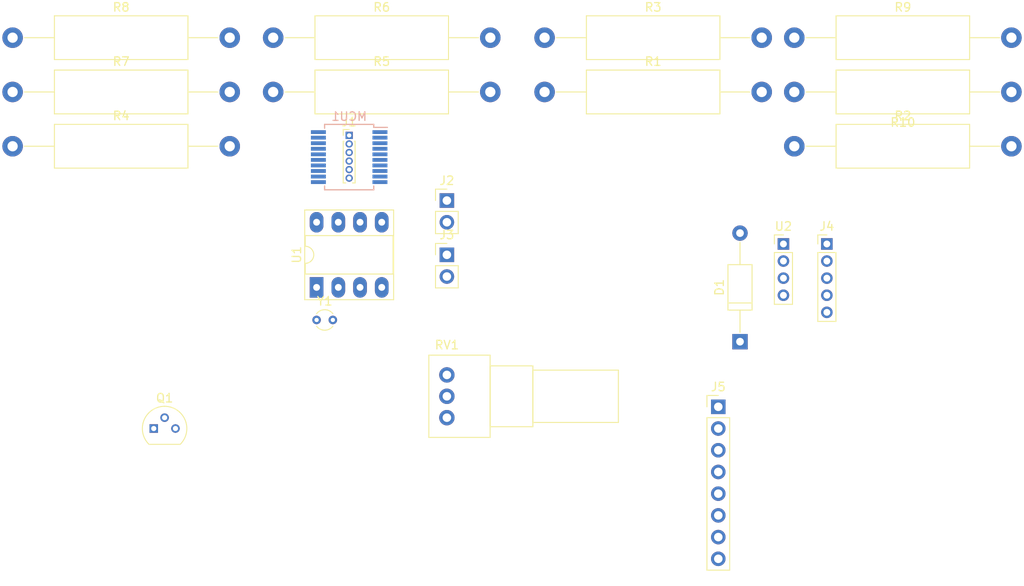
<source format=kicad_pcb>
(kicad_pcb (version 4) (host pcbnew 4.0.7)

  (general
    (links 59)
    (no_connects 59)
    (area 63.094999 42.455 183.285001 111.355)
    (thickness 1.6)
    (drawings 0)
    (tracks 0)
    (zones 0)
    (modules 22)
    (nets 26)
  )

  (page A4)
  (layers
    (0 F.Cu jumper)
    (31 B.Cu signal)
    (33 F.Adhes user)
    (35 F.Paste user)
    (37 F.SilkS user)
    (39 F.Mask user)
    (40 Dwgs.User user)
    (41 Cmts.User user)
    (42 Eco1.User user)
    (43 Eco2.User user)
    (44 Edge.Cuts user)
    (45 Margin user)
    (47 F.CrtYd user)
    (49 F.Fab user)
  )

  (setup
    (last_trace_width 0.25)
    (trace_clearance 0.2)
    (zone_clearance 0.508)
    (zone_45_only no)
    (trace_min 0.2)
    (segment_width 0.2)
    (edge_width 0.15)
    (via_size 1)
    (via_drill 0.4)
    (via_min_size 0.4)
    (via_min_drill 0.3)
    (uvia_size 0.3)
    (uvia_drill 0.1)
    (uvias_allowed no)
    (uvia_min_size 0.2)
    (uvia_min_drill 0.1)
    (pcb_text_width 0.3)
    (pcb_text_size 1.5 1.5)
    (mod_edge_width 0.15)
    (mod_text_size 1 1)
    (mod_text_width 0.15)
    (pad_size 1.524 1.524)
    (pad_drill 0.762)
    (pad_to_mask_clearance 0.2)
    (aux_axis_origin 0 0)
    (visible_elements FFFFFF7F)
    (pcbplotparams
      (layerselection 0x00030_80000001)
      (usegerberextensions false)
      (excludeedgelayer true)
      (linewidth 0.100000)
      (plotframeref false)
      (viasonmask false)
      (mode 1)
      (useauxorigin false)
      (hpglpennumber 1)
      (hpglpenspeed 20)
      (hpglpendiameter 15)
      (hpglpenoverlay 2)
      (psnegative false)
      (psa4output false)
      (plotreference true)
      (plotvalue true)
      (plotinvisibletext false)
      (padsonsilk false)
      (subtractmaskfromsilk false)
      (outputformat 1)
      (mirror false)
      (drillshape 1)
      (scaleselection 1)
      (outputdirectory ""))
  )

  (net 0 "")
  (net 1 VDD)
  (net 2 PGM)
  (net 3 scl)
  (net 4 sda)
  (net 5 VSS)
  (net 6 MCLR)
  (net 7 "Net-(U1-Pad1)")
  (net 8 "Net-(U1-Pad2)")
  (net 9 +BATT)
  (net 10 "Net-(U1-Pad7)")
  (net 11 BTN_UP)
  (net 12 BTN_RIGHT)
  (net 13 RESET)
  (net 14 SCE)
  (net 15 SDIN)
  (net 16 DC)
  (net 17 LED_CONTROL)
  (net 18 DHT)
  (net 19 BTN_CENTER)
  (net 20 BTN_LEFT)
  (net 21 BTN_DOWN)
  (net 22 "Net-(Q1-Pad2)")
  (net 23 LED)
  (net 24 "Net-(Q1-Pad1)")
  (net 25 Z_OUT)

  (net_class Default "This is the default net class."
    (clearance 0.2)
    (trace_width 0.25)
    (via_dia 1)
    (via_drill 0.4)
    (uvia_dia 0.3)
    (uvia_drill 0.1)
    (add_net +BATT)
    (add_net BTN_CENTER)
    (add_net BTN_DOWN)
    (add_net BTN_LEFT)
    (add_net BTN_RIGHT)
    (add_net BTN_UP)
    (add_net DC)
    (add_net DHT)
    (add_net LED)
    (add_net LED_CONTROL)
    (add_net MCLR)
    (add_net "Net-(Q1-Pad1)")
    (add_net "Net-(Q1-Pad2)")
    (add_net "Net-(U1-Pad1)")
    (add_net "Net-(U1-Pad2)")
    (add_net "Net-(U1-Pad7)")
    (add_net PGM)
    (add_net RESET)
    (add_net SCE)
    (add_net SDIN)
    (add_net VDD)
    (add_net VSS)
    (add_net Z_OUT)
    (add_net scl)
    (add_net sda)
  )

  (module Housings_SSOP:SSOP-20_5.3x7.2mm_Pitch0.65mm (layer B.Cu) (tedit 54130A77) (tstamp 5A936518)
    (at 104.14 60.96 180)
    (descr "20-Lead Plastic Shrink Small Outline (SS)-5.30 mm Body [SSOP] (see Microchip Packaging Specification 00000049BS.pdf)")
    (tags "SSOP 0.65")
    (path /5A935CB6)
    (attr smd)
    (fp_text reference MCU1 (at 0 4.75 180) (layer B.SilkS)
      (effects (font (size 1 1) (thickness 0.15)) (justify mirror))
    )
    (fp_text value PIC18F14K50-E/SS (at 0 -4.75 180) (layer B.Fab)
      (effects (font (size 1 1) (thickness 0.15)) (justify mirror))
    )
    (fp_line (start -1.65 3.6) (end 2.65 3.6) (layer B.Fab) (width 0.15))
    (fp_line (start 2.65 3.6) (end 2.65 -3.6) (layer B.Fab) (width 0.15))
    (fp_line (start 2.65 -3.6) (end -2.65 -3.6) (layer B.Fab) (width 0.15))
    (fp_line (start -2.65 -3.6) (end -2.65 2.6) (layer B.Fab) (width 0.15))
    (fp_line (start -2.65 2.6) (end -1.65 3.6) (layer B.Fab) (width 0.15))
    (fp_line (start -4.75 4) (end -4.75 -4) (layer B.CrtYd) (width 0.05))
    (fp_line (start 4.75 4) (end 4.75 -4) (layer B.CrtYd) (width 0.05))
    (fp_line (start -4.75 4) (end 4.75 4) (layer B.CrtYd) (width 0.05))
    (fp_line (start -4.75 -4) (end 4.75 -4) (layer B.CrtYd) (width 0.05))
    (fp_line (start -2.875 3.825) (end -2.875 3.475) (layer B.SilkS) (width 0.15))
    (fp_line (start 2.875 3.825) (end 2.875 3.375) (layer B.SilkS) (width 0.15))
    (fp_line (start 2.875 -3.825) (end 2.875 -3.375) (layer B.SilkS) (width 0.15))
    (fp_line (start -2.875 -3.825) (end -2.875 -3.375) (layer B.SilkS) (width 0.15))
    (fp_line (start -2.875 3.825) (end 2.875 3.825) (layer B.SilkS) (width 0.15))
    (fp_line (start -2.875 -3.825) (end 2.875 -3.825) (layer B.SilkS) (width 0.15))
    (fp_line (start -2.875 3.475) (end -4.475 3.475) (layer B.SilkS) (width 0.15))
    (fp_text user %R (at 0 0 180) (layer B.Fab)
      (effects (font (size 0.8 0.8) (thickness 0.15)) (justify mirror))
    )
    (pad 1 smd rect (at -3.6 2.925 180) (size 1.75 0.45) (layers B.Cu)
      (net 1 VDD))
    (pad 2 smd rect (at -3.6 2.275 180) (size 1.75 0.45) (layers B.Cu)
      (net 13 RESET))
    (pad 3 smd rect (at -3.6 1.625 180) (size 1.75 0.45) (layers B.Cu)
      (net 14 SCE))
    (pad 4 smd rect (at -3.6 0.975 180) (size 1.75 0.45) (layers B.Cu)
      (net 6 MCLR))
    (pad 5 smd rect (at -3.6 0.325 180) (size 1.75 0.45) (layers B.Cu)
      (net 15 SDIN))
    (pad 6 smd rect (at -3.6 -0.325 180) (size 1.75 0.45) (layers B.Cu)
      (net 16 DC))
    (pad 7 smd rect (at -3.6 -0.975 180) (size 1.75 0.45) (layers B.Cu)
      (net 2 PGM))
    (pad 8 smd rect (at -3.6 -1.625 180) (size 1.75 0.45) (layers B.Cu)
      (net 17 LED_CONTROL))
    (pad 9 smd rect (at -3.6 -2.275 180) (size 1.75 0.45) (layers B.Cu)
      (net 18 DHT))
    (pad 10 smd rect (at -3.6 -2.925 180) (size 1.75 0.45) (layers B.Cu)
      (net 5 VSS))
    (pad 11 smd rect (at 3.6 -2.925 180) (size 1.75 0.45) (layers B.Cu)
      (net 3 scl))
    (pad 12 smd rect (at 3.6 -2.275 180) (size 1.75 0.45) (layers B.Cu)
      (net 5 VSS))
    (pad 13 smd rect (at 3.6 -1.625 180) (size 1.75 0.45) (layers B.Cu)
      (net 4 sda))
    (pad 14 smd rect (at 3.6 -0.975 180) (size 1.75 0.45) (layers B.Cu)
      (net 19 BTN_CENTER))
    (pad 15 smd rect (at 3.6 -0.325 180) (size 1.75 0.45) (layers B.Cu)
      (net 20 BTN_LEFT))
    (pad 16 smd rect (at 3.6 0.325 180) (size 1.75 0.45) (layers B.Cu)
      (net 21 BTN_DOWN))
    (pad 17 smd rect (at 3.6 0.975 180) (size 1.75 0.45) (layers B.Cu)
      (net 5 VSS))
    (pad 18 smd rect (at 3.6 1.625 180) (size 1.75 0.45) (layers B.Cu)
      (net 12 BTN_RIGHT))
    (pad 19 smd rect (at 3.6 2.275 180) (size 1.75 0.45) (layers B.Cu)
      (net 11 BTN_UP))
    (pad 20 smd rect (at 3.6 2.925 180) (size 1.75 0.45) (layers B.Cu)
      (net 5 VSS))
    (model ${KISYS3DMOD}/Housings_SSOP.3dshapes/SSOP-20_5.3x7.2mm_Pitch0.65mm.wrl
      (at (xyz 0 0 0))
      (scale (xyz 1 1 1))
      (rotate (xyz 0 0 0))
    )
  )

  (module Pin_Headers:Pin_Header_Straight_1x06_Pitch1.00mm (layer F.Cu) (tedit 59B55814) (tstamp 5A943483)
    (at 104.14 58.42)
    (descr "Through hole straight pin header, 1x06, 1.00mm pitch, single row")
    (tags "Through hole pin header THT 1x06 1.00mm single row")
    (path /5A942FA1)
    (fp_text reference J1 (at 0 -1.56) (layer F.SilkS)
      (effects (font (size 1 1) (thickness 0.15)))
    )
    (fp_text value Conn_01x06_Male (at 0 6.56) (layer F.Fab)
      (effects (font (size 1 1) (thickness 0.15)))
    )
    (fp_line (start -0.3175 -0.5) (end 0.635 -0.5) (layer F.Fab) (width 0.1))
    (fp_line (start 0.635 -0.5) (end 0.635 5.5) (layer F.Fab) (width 0.1))
    (fp_line (start 0.635 5.5) (end -0.635 5.5) (layer F.Fab) (width 0.1))
    (fp_line (start -0.635 5.5) (end -0.635 -0.1825) (layer F.Fab) (width 0.1))
    (fp_line (start -0.635 -0.1825) (end -0.3175 -0.5) (layer F.Fab) (width 0.1))
    (fp_line (start -0.695 5.56) (end -0.394493 5.56) (layer F.SilkS) (width 0.12))
    (fp_line (start 0.394493 5.56) (end 0.695 5.56) (layer F.SilkS) (width 0.12))
    (fp_line (start -0.695 0.685) (end -0.695 5.56) (layer F.SilkS) (width 0.12))
    (fp_line (start 0.695 0.685) (end 0.695 5.56) (layer F.SilkS) (width 0.12))
    (fp_line (start -0.695 0.685) (end -0.608276 0.685) (layer F.SilkS) (width 0.12))
    (fp_line (start 0.608276 0.685) (end 0.695 0.685) (layer F.SilkS) (width 0.12))
    (fp_line (start -0.695 0) (end -0.695 -0.685) (layer F.SilkS) (width 0.12))
    (fp_line (start -0.695 -0.685) (end 0 -0.685) (layer F.SilkS) (width 0.12))
    (fp_line (start -1.15 -1) (end -1.15 6) (layer F.CrtYd) (width 0.05))
    (fp_line (start -1.15 6) (end 1.15 6) (layer F.CrtYd) (width 0.05))
    (fp_line (start 1.15 6) (end 1.15 -1) (layer F.CrtYd) (width 0.05))
    (fp_line (start 1.15 -1) (end -1.15 -1) (layer F.CrtYd) (width 0.05))
    (fp_text user %R (at 0 2.5 90) (layer F.Fab)
      (effects (font (size 0.76 0.76) (thickness 0.114)))
    )
    (pad 1 thru_hole rect (at 0 0) (size 0.85 0.85) (drill 0.5) (layers *.Cu *.Mask)
      (net 6 MCLR))
    (pad 2 thru_hole oval (at 0 1) (size 0.85 0.85) (drill 0.5) (layers *.Cu *.Mask)
      (net 1 VDD))
    (pad 3 thru_hole oval (at 0 2) (size 0.85 0.85) (drill 0.5) (layers *.Cu *.Mask)
      (net 5 VSS))
    (pad 4 thru_hole oval (at 0 3) (size 0.85 0.85) (drill 0.5) (layers *.Cu *.Mask)
      (net 11 BTN_UP))
    (pad 5 thru_hole oval (at 0 4) (size 0.85 0.85) (drill 0.5) (layers *.Cu *.Mask)
      (net 12 BTN_RIGHT))
    (pad 6 thru_hole oval (at 0 5) (size 0.85 0.85) (drill 0.5) (layers *.Cu *.Mask)
      (net 2 PGM))
    (model ${KISYS3DMOD}/Pin_Headers.3dshapes/Pin_Header_Straight_1x06_Pitch1.00mm.wrl
      (at (xyz 0 0 0))
      (scale (xyz 1 1 1))
      (rotate (xyz 0 0 0))
    )
  )

  (module Crystals:Crystal_Round_d2.0mm_Vertical (layer F.Cu) (tedit 58CD2E9C) (tstamp 5A94349B)
    (at 100.33 80.01)
    (descr "Crystal THT DS26 6.0mm length 2.0mm diameter http://www.microcrystal.com/images/_Product-Documentation/03_TF_metal_Packages/01_Datasheet/DS-Series.pdf")
    (tags ['DS26'])
    (path /5A942367)
    (fp_text reference Y1 (at 0.95 -2.2) (layer F.SilkS)
      (effects (font (size 1 1) (thickness 0.15)))
    )
    (fp_text value 32.7kHz (at 0.95 2.2) (layer F.Fab)
      (effects (font (size 1 1) (thickness 0.15)))
    )
    (fp_text user %R (at 0.95 0) (layer F.Fab)
      (effects (font (size 0.7 0.7) (thickness 0.105)))
    )
    (fp_circle (center 0.95 0) (end 1.95 0) (layer F.Fab) (width 0.1))
    (fp_circle (center 0.95 0) (end 2.65 0) (layer F.CrtYd) (width 0.05))
    (fp_arc (start 0.95 0) (end 0 -0.733144) (angle 104.7) (layer F.SilkS) (width 0.12))
    (fp_arc (start 0.95 0) (end 0 0.733144) (angle -104.7) (layer F.SilkS) (width 0.12))
    (pad 1 thru_hole circle (at 0 0) (size 1 1) (drill 0.5) (layers *.Cu *.Mask)
      (net 7 "Net-(U1-Pad1)"))
    (pad 2 thru_hole circle (at 1.9 0) (size 1 1) (drill 0.5) (layers *.Cu *.Mask)
      (net 8 "Net-(U1-Pad2)"))
    (model ${KISYS3DMOD}/Crystals.3dshapes/Crystal_Round_d2.0mm_Vertical.wrl
      (at (xyz 0 0 0))
      (scale (xyz 0.393701 0.393701 0.393701))
      (rotate (xyz 0 0 0))
    )
  )

  (module TO_SOT_Packages_THT:TO-92_Molded_Narrow (layer F.Cu) (tedit 58CE52AF) (tstamp 5A94477F)
    (at 81.28 92.71)
    (descr "TO-92 leads molded, narrow, drill 0.6mm (see NXP sot054_po.pdf)")
    (tags "to-92 sc-43 sc-43a sot54 PA33 transistor")
    (path /5A944F54)
    (fp_text reference Q1 (at 1.27 -3.56) (layer F.SilkS)
      (effects (font (size 1 1) (thickness 0.15)))
    )
    (fp_text value BC547 (at 1.27 2.79) (layer F.Fab)
      (effects (font (size 1 1) (thickness 0.15)))
    )
    (fp_text user %R (at 1.27 -3.56) (layer F.Fab)
      (effects (font (size 1 1) (thickness 0.15)))
    )
    (fp_line (start -0.53 1.85) (end 3.07 1.85) (layer F.SilkS) (width 0.12))
    (fp_line (start -0.5 1.75) (end 3 1.75) (layer F.Fab) (width 0.1))
    (fp_line (start -1.46 -2.73) (end 4 -2.73) (layer F.CrtYd) (width 0.05))
    (fp_line (start -1.46 -2.73) (end -1.46 2.01) (layer F.CrtYd) (width 0.05))
    (fp_line (start 4 2.01) (end 4 -2.73) (layer F.CrtYd) (width 0.05))
    (fp_line (start 4 2.01) (end -1.46 2.01) (layer F.CrtYd) (width 0.05))
    (fp_arc (start 1.27 0) (end 1.27 -2.48) (angle 135) (layer F.Fab) (width 0.1))
    (fp_arc (start 1.27 0) (end 1.27 -2.6) (angle -135) (layer F.SilkS) (width 0.12))
    (fp_arc (start 1.27 0) (end 1.27 -2.48) (angle -135) (layer F.Fab) (width 0.1))
    (fp_arc (start 1.27 0) (end 1.27 -2.6) (angle 135) (layer F.SilkS) (width 0.12))
    (pad 2 thru_hole circle (at 1.27 -1.27 90) (size 1 1) (drill 0.6) (layers *.Cu *.Mask)
      (net 22 "Net-(Q1-Pad2)"))
    (pad 3 thru_hole circle (at 2.54 0 90) (size 1 1) (drill 0.6) (layers *.Cu *.Mask)
      (net 23 LED))
    (pad 1 thru_hole rect (at 0 0 90) (size 1 1) (drill 0.6) (layers *.Cu *.Mask)
      (net 24 "Net-(Q1-Pad1)"))
    (model ${KISYS3DMOD}/TO_SOT_Packages_THT.3dshapes/TO-92_Molded_Narrow.wrl
      (at (xyz 0.05 0 0))
      (scale (xyz 1 1 1))
      (rotate (xyz 0 0 -90))
    )
  )

  (module Diodes_THT:D_A-405_P12.70mm_Horizontal (layer F.Cu) (tedit 5921392E) (tstamp 5A9448CF)
    (at 149.86 82.55 90)
    (descr "D, A-405 series, Axial, Horizontal, pin pitch=12.7mm, , length*diameter=5.2*2.7mm^2, , http://www.diodes.com/_files/packages/A-405.pdf")
    (tags "D A-405 series Axial Horizontal pin pitch 12.7mm  length 5.2mm diameter 2.7mm")
    (path /5A944899)
    (fp_text reference D1 (at 6.35 -2.41 90) (layer F.SilkS)
      (effects (font (size 1 1) (thickness 0.15)))
    )
    (fp_text value 3.3V (at 6.35 2.41 90) (layer F.Fab)
      (effects (font (size 1 1) (thickness 0.15)))
    )
    (fp_text user %R (at 6.35 0 90) (layer F.Fab)
      (effects (font (size 1 1) (thickness 0.15)))
    )
    (fp_line (start 3.75 -1.35) (end 3.75 1.35) (layer F.Fab) (width 0.1))
    (fp_line (start 3.75 1.35) (end 8.95 1.35) (layer F.Fab) (width 0.1))
    (fp_line (start 8.95 1.35) (end 8.95 -1.35) (layer F.Fab) (width 0.1))
    (fp_line (start 8.95 -1.35) (end 3.75 -1.35) (layer F.Fab) (width 0.1))
    (fp_line (start 0 0) (end 3.75 0) (layer F.Fab) (width 0.1))
    (fp_line (start 12.7 0) (end 8.95 0) (layer F.Fab) (width 0.1))
    (fp_line (start 4.53 -1.35) (end 4.53 1.35) (layer F.Fab) (width 0.1))
    (fp_line (start 3.69 -1.41) (end 3.69 1.41) (layer F.SilkS) (width 0.12))
    (fp_line (start 3.69 1.41) (end 9.01 1.41) (layer F.SilkS) (width 0.12))
    (fp_line (start 9.01 1.41) (end 9.01 -1.41) (layer F.SilkS) (width 0.12))
    (fp_line (start 9.01 -1.41) (end 3.69 -1.41) (layer F.SilkS) (width 0.12))
    (fp_line (start 1.08 0) (end 3.69 0) (layer F.SilkS) (width 0.12))
    (fp_line (start 11.62 0) (end 9.01 0) (layer F.SilkS) (width 0.12))
    (fp_line (start 4.53 -1.41) (end 4.53 1.41) (layer F.SilkS) (width 0.12))
    (fp_line (start -1.15 -1.7) (end -1.15 1.7) (layer F.CrtYd) (width 0.05))
    (fp_line (start -1.15 1.7) (end 13.85 1.7) (layer F.CrtYd) (width 0.05))
    (fp_line (start 13.85 1.7) (end 13.85 -1.7) (layer F.CrtYd) (width 0.05))
    (fp_line (start 13.85 -1.7) (end -1.15 -1.7) (layer F.CrtYd) (width 0.05))
    (pad 1 thru_hole rect (at 0 0 90) (size 1.8 1.8) (drill 0.9) (layers *.Cu *.Mask)
      (net 25 Z_OUT))
    (pad 2 thru_hole oval (at 12.7 0 90) (size 1.8 1.8) (drill 0.9) (layers *.Cu *.Mask)
      (net 5 VSS))
    (model ${KISYS3DMOD}/Diodes_THT.3dshapes/D_A-405_P12.70mm_Horizontal.wrl
      (at (xyz 0 0 0))
      (scale (xyz 0.393701 0.393701 0.393701))
      (rotate (xyz 0 0 0))
    )
  )

  (module Pin_Headers:Pin_Header_Straight_1x08_Pitch2.54mm (layer F.Cu) (tedit 59650532) (tstamp 5A9448E4)
    (at 147.32 90.17)
    (descr "Through hole straight pin header, 1x08, 2.54mm pitch, single row")
    (tags "Through hole pin header THT 1x08 2.54mm single row")
    (path /5A94471E)
    (fp_text reference J5 (at 0 -2.33) (layer F.SilkS)
      (effects (font (size 1 1) (thickness 0.15)))
    )
    (fp_text value Conn_01x08_Male (at 0 20.11) (layer F.Fab)
      (effects (font (size 1 1) (thickness 0.15)))
    )
    (fp_line (start -0.635 -1.27) (end 1.27 -1.27) (layer F.Fab) (width 0.1))
    (fp_line (start 1.27 -1.27) (end 1.27 19.05) (layer F.Fab) (width 0.1))
    (fp_line (start 1.27 19.05) (end -1.27 19.05) (layer F.Fab) (width 0.1))
    (fp_line (start -1.27 19.05) (end -1.27 -0.635) (layer F.Fab) (width 0.1))
    (fp_line (start -1.27 -0.635) (end -0.635 -1.27) (layer F.Fab) (width 0.1))
    (fp_line (start -1.33 19.11) (end 1.33 19.11) (layer F.SilkS) (width 0.12))
    (fp_line (start -1.33 1.27) (end -1.33 19.11) (layer F.SilkS) (width 0.12))
    (fp_line (start 1.33 1.27) (end 1.33 19.11) (layer F.SilkS) (width 0.12))
    (fp_line (start -1.33 1.27) (end 1.33 1.27) (layer F.SilkS) (width 0.12))
    (fp_line (start -1.33 0) (end -1.33 -1.33) (layer F.SilkS) (width 0.12))
    (fp_line (start -1.33 -1.33) (end 0 -1.33) (layer F.SilkS) (width 0.12))
    (fp_line (start -1.8 -1.8) (end -1.8 19.55) (layer F.CrtYd) (width 0.05))
    (fp_line (start -1.8 19.55) (end 1.8 19.55) (layer F.CrtYd) (width 0.05))
    (fp_line (start 1.8 19.55) (end 1.8 -1.8) (layer F.CrtYd) (width 0.05))
    (fp_line (start 1.8 -1.8) (end -1.8 -1.8) (layer F.CrtYd) (width 0.05))
    (fp_text user %R (at 0 8.89 90) (layer F.Fab)
      (effects (font (size 1 1) (thickness 0.15)))
    )
    (pad 1 thru_hole rect (at 0 0) (size 1.7 1.7) (drill 1) (layers *.Cu *.Mask)
      (net 25 Z_OUT))
    (pad 2 thru_hole oval (at 0 2.54) (size 1.7 1.7) (drill 1) (layers *.Cu *.Mask)
      (net 5 VSS))
    (pad 3 thru_hole oval (at 0 5.08) (size 1.7 1.7) (drill 1) (layers *.Cu *.Mask)
      (net 14 SCE))
    (pad 4 thru_hole oval (at 0 7.62) (size 1.7 1.7) (drill 1) (layers *.Cu *.Mask)
      (net 13 RESET))
    (pad 5 thru_hole oval (at 0 10.16) (size 1.7 1.7) (drill 1) (layers *.Cu *.Mask)
      (net 16 DC))
    (pad 6 thru_hole oval (at 0 12.7) (size 1.7 1.7) (drill 1) (layers *.Cu *.Mask)
      (net 15 SDIN))
    (pad 7 thru_hole oval (at 0 15.24) (size 1.7 1.7) (drill 1) (layers *.Cu *.Mask)
      (net 2 PGM))
    (pad 8 thru_hole oval (at 0 17.78) (size 1.7 1.7) (drill 1) (layers *.Cu *.Mask)
      (net 23 LED))
    (model ${KISYS3DMOD}/Pin_Headers.3dshapes/Pin_Header_Straight_1x08_Pitch2.54mm.wrl
      (at (xyz 0 0 0))
      (scale (xyz 1 1 1))
      (rotate (xyz 0 0 0))
    )
  )

  (module Potentiometers:Potentiometer_Alps_RK097_Single_Vertical (layer F.Cu) (tedit 58826B08) (tstamp 5A9449EF)
    (at 115.57 91.44)
    (descr "Potentiometer, vertically mounted, Omeg PC16PU, Omeg PC16PU, Omeg PC16PU, Vishay/Spectrol 248GJ/249GJ Single, Vishay/Spectrol 248GJ/249GJ Single, Vishay/Spectrol 248GJ/249GJ Single, Vishay/Spectrol 248GH/249GH Single, Vishay/Spectrol 148/149 Single, Vishay/Spectrol 148/149 Single, Vishay/Spectrol 148/149 Single, Vishay/Spectrol 148A/149A Single with mounting plates, Vishay/Spectrol 148/149 Double, Vishay/Spectrol 148A/149A Double with mounting plates, Piher PC-16 Single, Piher PC-16 Single, Piher PC-16 Single, Piher PC-16SV Single, Piher PC-16 Double, Piher PC-16 Triple, Piher T16H Single, Piher T16L Single, Piher T16H Double, Alps RK163 Single, Alps RK163 Double, Alps RK097 Single, http://www.alps.com/prod/info/E/HTML/Potentiometer/RotaryPotentiometers/RK097/RK097111080J.html")
    (tags "Potentiometer vertical  Omeg PC16PU  Omeg PC16PU  Omeg PC16PU  Vishay/Spectrol 248GJ/249GJ Single  Vishay/Spectrol 248GJ/249GJ Single  Vishay/Spectrol 248GJ/249GJ Single  Vishay/Spectrol 248GH/249GH Single  Vishay/Spectrol 148/149 Single  Vishay/Spectrol 148/149 Single  Vishay/Spectrol 148/149 Single  Vishay/Spectrol 148A/149A Single with mounting plates  Vishay/Spectrol 148/149 Double  Vishay/Spectrol 148A/149A Double with mounting plates  Piher PC-16 Single  Piher PC-16 Single  Piher PC-16 Single  Piher PC-16SV Single  Piher PC-16 Double  Piher PC-16 Triple  Piher T16H Single  Piher T16L Single  Piher T16H Double  Alps RK163 Single  Alps RK163 Double  Alps RK097 Single")
    (path /5A944FCF)
    (fp_text reference RV1 (at 0 -8.5) (layer F.SilkS)
      (effects (font (size 1 1) (thickness 0.15)))
    )
    (fp_text value 10K (at 0 3.5) (layer F.Fab)
      (effects (font (size 1 1) (thickness 0.15)))
    )
    (fp_line (start -2.05 -7.25) (end -2.05 2.25) (layer F.Fab) (width 0.1))
    (fp_line (start -2.05 2.25) (end 5 2.25) (layer F.Fab) (width 0.1))
    (fp_line (start 5 2.25) (end 5 -7.25) (layer F.Fab) (width 0.1))
    (fp_line (start 5 -7.25) (end -2.05 -7.25) (layer F.Fab) (width 0.1))
    (fp_line (start 5 -6) (end 5 1) (layer F.Fab) (width 0.1))
    (fp_line (start 5 1) (end 10 1) (layer F.Fab) (width 0.1))
    (fp_line (start 10 1) (end 10 -6) (layer F.Fab) (width 0.1))
    (fp_line (start 10 -6) (end 5 -6) (layer F.Fab) (width 0.1))
    (fp_line (start 10 -5.5) (end 10 0.5) (layer F.Fab) (width 0.1))
    (fp_line (start 10 0.5) (end 20 0.5) (layer F.Fab) (width 0.1))
    (fp_line (start 20 0.5) (end 20 -5.5) (layer F.Fab) (width 0.1))
    (fp_line (start 20 -5.5) (end 10 -5.5) (layer F.Fab) (width 0.1))
    (fp_line (start -2.11 -7.31) (end 5.06 -7.31) (layer F.SilkS) (width 0.12))
    (fp_line (start -2.11 2.31) (end 5.06 2.31) (layer F.SilkS) (width 0.12))
    (fp_line (start -2.11 -7.31) (end -2.11 2.31) (layer F.SilkS) (width 0.12))
    (fp_line (start 5.06 -7.31) (end 5.06 2.31) (layer F.SilkS) (width 0.12))
    (fp_line (start 5.06 -6.06) (end 10.06 -6.06) (layer F.SilkS) (width 0.12))
    (fp_line (start 5.06 1.06) (end 10.06 1.06) (layer F.SilkS) (width 0.12))
    (fp_line (start 5.06 -6.06) (end 5.06 1.06) (layer F.SilkS) (width 0.12))
    (fp_line (start 10.06 -6.06) (end 10.06 1.06) (layer F.SilkS) (width 0.12))
    (fp_line (start 10.06 -5.56) (end 20.061 -5.56) (layer F.SilkS) (width 0.12))
    (fp_line (start 10.06 0.56) (end 20.061 0.56) (layer F.SilkS) (width 0.12))
    (fp_line (start 10.06 -5.56) (end 10.06 0.56) (layer F.SilkS) (width 0.12))
    (fp_line (start 20.061 -5.56) (end 20.061 0.56) (layer F.SilkS) (width 0.12))
    (fp_line (start -2.3 -7.5) (end -2.3 2.5) (layer F.CrtYd) (width 0.05))
    (fp_line (start -2.3 2.5) (end 20.25 2.5) (layer F.CrtYd) (width 0.05))
    (fp_line (start 20.25 2.5) (end 20.25 -7.5) (layer F.CrtYd) (width 0.05))
    (fp_line (start 20.25 -7.5) (end -2.3 -7.5) (layer F.CrtYd) (width 0.05))
    (pad 3 thru_hole circle (at 0 -5) (size 1.8 1.8) (drill 1) (layers *.Cu *.Mask)
      (net 5 VSS))
    (pad 2 thru_hole circle (at 0 -2.5) (size 1.8 1.8) (drill 1) (layers *.Cu *.Mask)
      (net 24 "Net-(Q1-Pad1)"))
    (pad 1 thru_hole circle (at 0 0) (size 1.8 1.8) (drill 1) (layers *.Cu *.Mask)
      (net 25 Z_OUT))
    (model Potentiometers.3dshapes/Potentiometer_Alps_RK097_Single_Vertical.wrl
      (at (xyz 0 0 0))
      (scale (xyz 0.393701 0.393701 0.393701))
      (rotate (xyz 0 0 0))
    )
  )

  (module Pin_Headers:Pin_Header_Straight_1x04_Pitch2.00mm (layer F.Cu) (tedit 59650533) (tstamp 5A944AC5)
    (at 154.94 71.12)
    (descr "Through hole straight pin header, 1x04, 2.00mm pitch, single row")
    (tags "Through hole pin header THT 1x04 2.00mm single row")
    (path /5A947073)
    (fp_text reference U2 (at 0 -2.06) (layer F.SilkS)
      (effects (font (size 1 1) (thickness 0.15)))
    )
    (fp_text value DHT11 (at 0 8.06) (layer F.Fab)
      (effects (font (size 1 1) (thickness 0.15)))
    )
    (fp_line (start -0.5 -1) (end 1 -1) (layer F.Fab) (width 0.1))
    (fp_line (start 1 -1) (end 1 7) (layer F.Fab) (width 0.1))
    (fp_line (start 1 7) (end -1 7) (layer F.Fab) (width 0.1))
    (fp_line (start -1 7) (end -1 -0.5) (layer F.Fab) (width 0.1))
    (fp_line (start -1 -0.5) (end -0.5 -1) (layer F.Fab) (width 0.1))
    (fp_line (start -1.06 7.06) (end 1.06 7.06) (layer F.SilkS) (width 0.12))
    (fp_line (start -1.06 1) (end -1.06 7.06) (layer F.SilkS) (width 0.12))
    (fp_line (start 1.06 1) (end 1.06 7.06) (layer F.SilkS) (width 0.12))
    (fp_line (start -1.06 1) (end 1.06 1) (layer F.SilkS) (width 0.12))
    (fp_line (start -1.06 0) (end -1.06 -1.06) (layer F.SilkS) (width 0.12))
    (fp_line (start -1.06 -1.06) (end 0 -1.06) (layer F.SilkS) (width 0.12))
    (fp_line (start -1.5 -1.5) (end -1.5 7.5) (layer F.CrtYd) (width 0.05))
    (fp_line (start -1.5 7.5) (end 1.5 7.5) (layer F.CrtYd) (width 0.05))
    (fp_line (start 1.5 7.5) (end 1.5 -1.5) (layer F.CrtYd) (width 0.05))
    (fp_line (start 1.5 -1.5) (end -1.5 -1.5) (layer F.CrtYd) (width 0.05))
    (fp_text user %R (at 0 3 90) (layer F.Fab)
      (effects (font (size 1 1) (thickness 0.15)))
    )
    (pad 1 thru_hole rect (at 0 0) (size 1.35 1.35) (drill 0.8) (layers *.Cu *.Mask)
      (net 1 VDD))
    (pad 2 thru_hole oval (at 0 2) (size 1.35 1.35) (drill 0.8) (layers *.Cu *.Mask)
      (net 18 DHT))
    (pad 3 thru_hole oval (at 0 4) (size 1.35 1.35) (drill 0.8) (layers *.Cu *.Mask))
    (pad 4 thru_hole oval (at 0 6) (size 1.35 1.35) (drill 0.8) (layers *.Cu *.Mask)
      (net 5 VSS))
    (model ${KISYS3DMOD}/Pin_Headers.3dshapes/Pin_Header_Straight_1x04_Pitch2.00mm.wrl
      (at (xyz 0 0 0))
      (scale (xyz 1 1 1))
      (rotate (xyz 0 0 0))
    )
  )

  (module Pin_Headers:Pin_Header_Straight_1x02_Pitch2.54mm (layer F.Cu) (tedit 59650532) (tstamp 5A944BF8)
    (at 115.57 66.04)
    (descr "Through hole straight pin header, 1x02, 2.54mm pitch, single row")
    (tags "Through hole pin header THT 1x02 2.54mm single row")
    (path /5A9433FA)
    (fp_text reference J2 (at 0 -2.33) (layer F.SilkS)
      (effects (font (size 1 1) (thickness 0.15)))
    )
    (fp_text value Conn_01x02_Female (at 0 4.87) (layer F.Fab)
      (effects (font (size 1 1) (thickness 0.15)))
    )
    (fp_line (start -0.635 -1.27) (end 1.27 -1.27) (layer F.Fab) (width 0.1))
    (fp_line (start 1.27 -1.27) (end 1.27 3.81) (layer F.Fab) (width 0.1))
    (fp_line (start 1.27 3.81) (end -1.27 3.81) (layer F.Fab) (width 0.1))
    (fp_line (start -1.27 3.81) (end -1.27 -0.635) (layer F.Fab) (width 0.1))
    (fp_line (start -1.27 -0.635) (end -0.635 -1.27) (layer F.Fab) (width 0.1))
    (fp_line (start -1.33 3.87) (end 1.33 3.87) (layer F.SilkS) (width 0.12))
    (fp_line (start -1.33 1.27) (end -1.33 3.87) (layer F.SilkS) (width 0.12))
    (fp_line (start 1.33 1.27) (end 1.33 3.87) (layer F.SilkS) (width 0.12))
    (fp_line (start -1.33 1.27) (end 1.33 1.27) (layer F.SilkS) (width 0.12))
    (fp_line (start -1.33 0) (end -1.33 -1.33) (layer F.SilkS) (width 0.12))
    (fp_line (start -1.33 -1.33) (end 0 -1.33) (layer F.SilkS) (width 0.12))
    (fp_line (start -1.8 -1.8) (end -1.8 4.35) (layer F.CrtYd) (width 0.05))
    (fp_line (start -1.8 4.35) (end 1.8 4.35) (layer F.CrtYd) (width 0.05))
    (fp_line (start 1.8 4.35) (end 1.8 -1.8) (layer F.CrtYd) (width 0.05))
    (fp_line (start 1.8 -1.8) (end -1.8 -1.8) (layer F.CrtYd) (width 0.05))
    (fp_text user %R (at 0 1.27 90) (layer F.Fab)
      (effects (font (size 1 1) (thickness 0.15)))
    )
    (pad 1 thru_hole rect (at 0 0) (size 1.7 1.7) (drill 1) (layers *.Cu *.Mask)
      (net 1 VDD))
    (pad 2 thru_hole oval (at 0 2.54) (size 1.7 1.7) (drill 1) (layers *.Cu *.Mask)
      (net 5 VSS))
    (model ${KISYS3DMOD}/Pin_Headers.3dshapes/Pin_Header_Straight_1x02_Pitch2.54mm.wrl
      (at (xyz 0 0 0))
      (scale (xyz 1 1 1))
      (rotate (xyz 0 0 0))
    )
  )

  (module Pin_Headers:Pin_Header_Straight_1x02_Pitch2.54mm (layer F.Cu) (tedit 59650532) (tstamp 5A944BFD)
    (at 115.57 72.39)
    (descr "Through hole straight pin header, 1x02, 2.54mm pitch, single row")
    (tags "Through hole pin header THT 1x02 2.54mm single row")
    (path /5A94398B)
    (fp_text reference J3 (at 0 -2.33) (layer F.SilkS)
      (effects (font (size 1 1) (thickness 0.15)))
    )
    (fp_text value Conn_01x02_Female (at 0 4.87) (layer F.Fab)
      (effects (font (size 1 1) (thickness 0.15)))
    )
    (fp_line (start -0.635 -1.27) (end 1.27 -1.27) (layer F.Fab) (width 0.1))
    (fp_line (start 1.27 -1.27) (end 1.27 3.81) (layer F.Fab) (width 0.1))
    (fp_line (start 1.27 3.81) (end -1.27 3.81) (layer F.Fab) (width 0.1))
    (fp_line (start -1.27 3.81) (end -1.27 -0.635) (layer F.Fab) (width 0.1))
    (fp_line (start -1.27 -0.635) (end -0.635 -1.27) (layer F.Fab) (width 0.1))
    (fp_line (start -1.33 3.87) (end 1.33 3.87) (layer F.SilkS) (width 0.12))
    (fp_line (start -1.33 1.27) (end -1.33 3.87) (layer F.SilkS) (width 0.12))
    (fp_line (start 1.33 1.27) (end 1.33 3.87) (layer F.SilkS) (width 0.12))
    (fp_line (start -1.33 1.27) (end 1.33 1.27) (layer F.SilkS) (width 0.12))
    (fp_line (start -1.33 0) (end -1.33 -1.33) (layer F.SilkS) (width 0.12))
    (fp_line (start -1.33 -1.33) (end 0 -1.33) (layer F.SilkS) (width 0.12))
    (fp_line (start -1.8 -1.8) (end -1.8 4.35) (layer F.CrtYd) (width 0.05))
    (fp_line (start -1.8 4.35) (end 1.8 4.35) (layer F.CrtYd) (width 0.05))
    (fp_line (start 1.8 4.35) (end 1.8 -1.8) (layer F.CrtYd) (width 0.05))
    (fp_line (start 1.8 -1.8) (end -1.8 -1.8) (layer F.CrtYd) (width 0.05))
    (fp_text user %R (at 0 1.27 90) (layer F.Fab)
      (effects (font (size 1 1) (thickness 0.15)))
    )
    (pad 1 thru_hole rect (at 0 0) (size 1.7 1.7) (drill 1) (layers *.Cu *.Mask)
      (net 9 +BATT))
    (pad 2 thru_hole oval (at 0 2.54) (size 1.7 1.7) (drill 1) (layers *.Cu *.Mask)
      (net 5 VSS))
    (model ${KISYS3DMOD}/Pin_Headers.3dshapes/Pin_Header_Straight_1x02_Pitch2.54mm.wrl
      (at (xyz 0 0 0))
      (scale (xyz 1 1 1))
      (rotate (xyz 0 0 0))
    )
  )

  (module Pin_Headers:Pin_Header_Straight_1x05_Pitch2.00mm (layer F.Cu) (tedit 59650533) (tstamp 5A944C02)
    (at 160.02 71.12)
    (descr "Through hole straight pin header, 1x05, 2.00mm pitch, single row")
    (tags "Through hole pin header THT 1x05 2.00mm single row")
    (path /5A944017)
    (fp_text reference J4 (at 0 -2.06) (layer F.SilkS)
      (effects (font (size 1 1) (thickness 0.15)))
    )
    (fp_text value Conn_01x05_Female (at 0 10.06) (layer F.Fab)
      (effects (font (size 1 1) (thickness 0.15)))
    )
    (fp_line (start -0.5 -1) (end 1 -1) (layer F.Fab) (width 0.1))
    (fp_line (start 1 -1) (end 1 9) (layer F.Fab) (width 0.1))
    (fp_line (start 1 9) (end -1 9) (layer F.Fab) (width 0.1))
    (fp_line (start -1 9) (end -1 -0.5) (layer F.Fab) (width 0.1))
    (fp_line (start -1 -0.5) (end -0.5 -1) (layer F.Fab) (width 0.1))
    (fp_line (start -1.06 9.06) (end 1.06 9.06) (layer F.SilkS) (width 0.12))
    (fp_line (start -1.06 1) (end -1.06 9.06) (layer F.SilkS) (width 0.12))
    (fp_line (start 1.06 1) (end 1.06 9.06) (layer F.SilkS) (width 0.12))
    (fp_line (start -1.06 1) (end 1.06 1) (layer F.SilkS) (width 0.12))
    (fp_line (start -1.06 0) (end -1.06 -1.06) (layer F.SilkS) (width 0.12))
    (fp_line (start -1.06 -1.06) (end 0 -1.06) (layer F.SilkS) (width 0.12))
    (fp_line (start -1.5 -1.5) (end -1.5 9.5) (layer F.CrtYd) (width 0.05))
    (fp_line (start -1.5 9.5) (end 1.5 9.5) (layer F.CrtYd) (width 0.05))
    (fp_line (start 1.5 9.5) (end 1.5 -1.5) (layer F.CrtYd) (width 0.05))
    (fp_line (start 1.5 -1.5) (end -1.5 -1.5) (layer F.CrtYd) (width 0.05))
    (fp_text user %R (at 0 4 90) (layer F.Fab)
      (effects (font (size 1 1) (thickness 0.15)))
    )
    (pad 1 thru_hole rect (at 0 0) (size 1.35 1.35) (drill 0.8) (layers *.Cu *.Mask)
      (net 11 BTN_UP))
    (pad 2 thru_hole oval (at 0 2) (size 1.35 1.35) (drill 0.8) (layers *.Cu *.Mask)
      (net 12 BTN_RIGHT))
    (pad 3 thru_hole oval (at 0 4) (size 1.35 1.35) (drill 0.8) (layers *.Cu *.Mask)
      (net 21 BTN_DOWN))
    (pad 4 thru_hole oval (at 0 6) (size 1.35 1.35) (drill 0.8) (layers *.Cu *.Mask)
      (net 20 BTN_LEFT))
    (pad 5 thru_hole oval (at 0 8) (size 1.35 1.35) (drill 0.8) (layers *.Cu *.Mask)
      (net 19 BTN_CENTER))
    (model ${KISYS3DMOD}/Pin_Headers.3dshapes/Pin_Header_Straight_1x05_Pitch2.00mm.wrl
      (at (xyz 0 0 0))
      (scale (xyz 1 1 1))
      (rotate (xyz 0 0 0))
    )
  )

  (module Resistors_THT:R_Axial_DIN0516_L15.5mm_D5.0mm_P25.40mm_Horizontal (layer F.Cu) (tedit 5874F706) (tstamp 5A944C0A)
    (at 127 53.34)
    (descr "Resistor, Axial_DIN0516 series, Axial, Horizontal, pin pitch=25.4mm, 2W, length*diameter=15.5*5mm^2, http://cdn-reichelt.de/documents/datenblatt/B400/1_4W%23YAG.pdf")
    (tags "Resistor Axial_DIN0516 series Axial Horizontal pin pitch 25.4mm 2W length 15.5mm diameter 5mm")
    (path /5A9452F9)
    (fp_text reference R1 (at 12.7 -3.56) (layer F.SilkS)
      (effects (font (size 1 1) (thickness 0.15)))
    )
    (fp_text value 1K (at 12.7 3.56) (layer F.Fab)
      (effects (font (size 1 1) (thickness 0.15)))
    )
    (fp_line (start 4.95 -2.5) (end 4.95 2.5) (layer F.Fab) (width 0.1))
    (fp_line (start 4.95 2.5) (end 20.45 2.5) (layer F.Fab) (width 0.1))
    (fp_line (start 20.45 2.5) (end 20.45 -2.5) (layer F.Fab) (width 0.1))
    (fp_line (start 20.45 -2.5) (end 4.95 -2.5) (layer F.Fab) (width 0.1))
    (fp_line (start 0 0) (end 4.95 0) (layer F.Fab) (width 0.1))
    (fp_line (start 25.4 0) (end 20.45 0) (layer F.Fab) (width 0.1))
    (fp_line (start 4.89 -2.56) (end 4.89 2.56) (layer F.SilkS) (width 0.12))
    (fp_line (start 4.89 2.56) (end 20.51 2.56) (layer F.SilkS) (width 0.12))
    (fp_line (start 20.51 2.56) (end 20.51 -2.56) (layer F.SilkS) (width 0.12))
    (fp_line (start 20.51 -2.56) (end 4.89 -2.56) (layer F.SilkS) (width 0.12))
    (fp_line (start 1.38 0) (end 4.89 0) (layer F.SilkS) (width 0.12))
    (fp_line (start 24.02 0) (end 20.51 0) (layer F.SilkS) (width 0.12))
    (fp_line (start -1.45 -2.85) (end -1.45 2.85) (layer F.CrtYd) (width 0.05))
    (fp_line (start -1.45 2.85) (end 26.85 2.85) (layer F.CrtYd) (width 0.05))
    (fp_line (start 26.85 2.85) (end 26.85 -2.85) (layer F.CrtYd) (width 0.05))
    (fp_line (start 26.85 -2.85) (end -1.45 -2.85) (layer F.CrtYd) (width 0.05))
    (pad 1 thru_hole circle (at 0 0) (size 2.4 2.4) (drill 1.2) (layers *.Cu *.Mask)
      (net 22 "Net-(Q1-Pad2)"))
    (pad 2 thru_hole oval (at 25.4 0) (size 2.4 2.4) (drill 1.2) (layers *.Cu *.Mask)
      (net 17 LED_CONTROL))
    (model ${KISYS3DMOD}/Resistors_THT.3dshapes/R_Axial_DIN0516_L15.5mm_D5.0mm_P25.40mm_Horizontal.wrl
      (at (xyz 0 0 0))
      (scale (xyz 0.393701 0.393701 0.393701))
      (rotate (xyz 0 0 0))
    )
  )

  (module Resistors_THT:R_Axial_DIN0516_L15.5mm_D5.0mm_P25.40mm_Horizontal (layer F.Cu) (tedit 5874F706) (tstamp 5A944C0F)
    (at 156.21 59.69)
    (descr "Resistor, Axial_DIN0516 series, Axial, Horizontal, pin pitch=25.4mm, 2W, length*diameter=15.5*5mm^2, http://cdn-reichelt.de/documents/datenblatt/B400/1_4W%23YAG.pdf")
    (tags "Resistor Axial_DIN0516 series Axial Horizontal pin pitch 25.4mm 2W length 15.5mm diameter 5mm")
    (path /5A944998)
    (fp_text reference R2 (at 12.7 -3.56) (layer F.SilkS)
      (effects (font (size 1 1) (thickness 0.15)))
    )
    (fp_text value 1K (at 12.7 3.56) (layer F.Fab)
      (effects (font (size 1 1) (thickness 0.15)))
    )
    (fp_line (start 4.95 -2.5) (end 4.95 2.5) (layer F.Fab) (width 0.1))
    (fp_line (start 4.95 2.5) (end 20.45 2.5) (layer F.Fab) (width 0.1))
    (fp_line (start 20.45 2.5) (end 20.45 -2.5) (layer F.Fab) (width 0.1))
    (fp_line (start 20.45 -2.5) (end 4.95 -2.5) (layer F.Fab) (width 0.1))
    (fp_line (start 0 0) (end 4.95 0) (layer F.Fab) (width 0.1))
    (fp_line (start 25.4 0) (end 20.45 0) (layer F.Fab) (width 0.1))
    (fp_line (start 4.89 -2.56) (end 4.89 2.56) (layer F.SilkS) (width 0.12))
    (fp_line (start 4.89 2.56) (end 20.51 2.56) (layer F.SilkS) (width 0.12))
    (fp_line (start 20.51 2.56) (end 20.51 -2.56) (layer F.SilkS) (width 0.12))
    (fp_line (start 20.51 -2.56) (end 4.89 -2.56) (layer F.SilkS) (width 0.12))
    (fp_line (start 1.38 0) (end 4.89 0) (layer F.SilkS) (width 0.12))
    (fp_line (start 24.02 0) (end 20.51 0) (layer F.SilkS) (width 0.12))
    (fp_line (start -1.45 -2.85) (end -1.45 2.85) (layer F.CrtYd) (width 0.05))
    (fp_line (start -1.45 2.85) (end 26.85 2.85) (layer F.CrtYd) (width 0.05))
    (fp_line (start 26.85 2.85) (end 26.85 -2.85) (layer F.CrtYd) (width 0.05))
    (fp_line (start 26.85 -2.85) (end -1.45 -2.85) (layer F.CrtYd) (width 0.05))
    (pad 1 thru_hole circle (at 0 0) (size 2.4 2.4) (drill 1.2) (layers *.Cu *.Mask)
      (net 25 Z_OUT))
    (pad 2 thru_hole oval (at 25.4 0) (size 2.4 2.4) (drill 1.2) (layers *.Cu *.Mask)
      (net 1 VDD))
    (model ${KISYS3DMOD}/Resistors_THT.3dshapes/R_Axial_DIN0516_L15.5mm_D5.0mm_P25.40mm_Horizontal.wrl
      (at (xyz 0 0 0))
      (scale (xyz 0.393701 0.393701 0.393701))
      (rotate (xyz 0 0 0))
    )
  )

  (module Housings_DIP:DIP-8_W7.62mm_Socket_LongPads (layer F.Cu) (tedit 59C78D6B) (tstamp 5A944C14)
    (at 100.33 76.2 90)
    (descr "8-lead though-hole mounted DIP package, row spacing 7.62 mm (300 mils), Socket, LongPads")
    (tags "THT DIP DIL PDIP 2.54mm 7.62mm 300mil Socket LongPads")
    (path /5A94228C)
    (fp_text reference U1 (at 3.81 -2.33 90) (layer F.SilkS)
      (effects (font (size 1 1) (thickness 0.15)))
    )
    (fp_text value DS1307+ (at 3.81 9.95 90) (layer F.Fab)
      (effects (font (size 1 1) (thickness 0.15)))
    )
    (fp_arc (start 3.81 -1.33) (end 2.81 -1.33) (angle -180) (layer F.SilkS) (width 0.12))
    (fp_line (start 1.635 -1.27) (end 6.985 -1.27) (layer F.Fab) (width 0.1))
    (fp_line (start 6.985 -1.27) (end 6.985 8.89) (layer F.Fab) (width 0.1))
    (fp_line (start 6.985 8.89) (end 0.635 8.89) (layer F.Fab) (width 0.1))
    (fp_line (start 0.635 8.89) (end 0.635 -0.27) (layer F.Fab) (width 0.1))
    (fp_line (start 0.635 -0.27) (end 1.635 -1.27) (layer F.Fab) (width 0.1))
    (fp_line (start -1.27 -1.33) (end -1.27 8.95) (layer F.Fab) (width 0.1))
    (fp_line (start -1.27 8.95) (end 8.89 8.95) (layer F.Fab) (width 0.1))
    (fp_line (start 8.89 8.95) (end 8.89 -1.33) (layer F.Fab) (width 0.1))
    (fp_line (start 8.89 -1.33) (end -1.27 -1.33) (layer F.Fab) (width 0.1))
    (fp_line (start 2.81 -1.33) (end 1.56 -1.33) (layer F.SilkS) (width 0.12))
    (fp_line (start 1.56 -1.33) (end 1.56 8.95) (layer F.SilkS) (width 0.12))
    (fp_line (start 1.56 8.95) (end 6.06 8.95) (layer F.SilkS) (width 0.12))
    (fp_line (start 6.06 8.95) (end 6.06 -1.33) (layer F.SilkS) (width 0.12))
    (fp_line (start 6.06 -1.33) (end 4.81 -1.33) (layer F.SilkS) (width 0.12))
    (fp_line (start -1.44 -1.39) (end -1.44 9.01) (layer F.SilkS) (width 0.12))
    (fp_line (start -1.44 9.01) (end 9.06 9.01) (layer F.SilkS) (width 0.12))
    (fp_line (start 9.06 9.01) (end 9.06 -1.39) (layer F.SilkS) (width 0.12))
    (fp_line (start 9.06 -1.39) (end -1.44 -1.39) (layer F.SilkS) (width 0.12))
    (fp_line (start -1.55 -1.6) (end -1.55 9.2) (layer F.CrtYd) (width 0.05))
    (fp_line (start -1.55 9.2) (end 9.15 9.2) (layer F.CrtYd) (width 0.05))
    (fp_line (start 9.15 9.2) (end 9.15 -1.6) (layer F.CrtYd) (width 0.05))
    (fp_line (start 9.15 -1.6) (end -1.55 -1.6) (layer F.CrtYd) (width 0.05))
    (fp_text user %R (at 3.81 3.81 90) (layer F.Fab)
      (effects (font (size 1 1) (thickness 0.15)))
    )
    (pad 1 thru_hole rect (at 0 0 90) (size 2.4 1.6) (drill 0.8) (layers *.Cu *.Mask)
      (net 7 "Net-(U1-Pad1)"))
    (pad 5 thru_hole oval (at 7.62 7.62 90) (size 2.4 1.6) (drill 0.8) (layers *.Cu *.Mask)
      (net 4 sda))
    (pad 2 thru_hole oval (at 0 2.54 90) (size 2.4 1.6) (drill 0.8) (layers *.Cu *.Mask)
      (net 8 "Net-(U1-Pad2)"))
    (pad 6 thru_hole oval (at 7.62 5.08 90) (size 2.4 1.6) (drill 0.8) (layers *.Cu *.Mask)
      (net 3 scl))
    (pad 3 thru_hole oval (at 0 5.08 90) (size 2.4 1.6) (drill 0.8) (layers *.Cu *.Mask)
      (net 9 +BATT))
    (pad 7 thru_hole oval (at 7.62 2.54 90) (size 2.4 1.6) (drill 0.8) (layers *.Cu *.Mask)
      (net 10 "Net-(U1-Pad7)"))
    (pad 4 thru_hole oval (at 0 7.62 90) (size 2.4 1.6) (drill 0.8) (layers *.Cu *.Mask)
      (net 5 VSS))
    (pad 8 thru_hole oval (at 7.62 0 90) (size 2.4 1.6) (drill 0.8) (layers *.Cu *.Mask)
      (net 1 VDD))
    (model ${KISYS3DMOD}/Housings_DIP.3dshapes/DIP-8_W7.62mm_Socket.wrl
      (at (xyz 0 0 0))
      (scale (xyz 1 1 1))
      (rotate (xyz 0 0 0))
    )
  )

  (module Resistors_THT:R_Axial_DIN0516_L15.5mm_D5.0mm_P25.40mm_Horizontal (layer F.Cu) (tedit 5874F706) (tstamp 5A944C9A)
    (at 127 46.99)
    (descr "Resistor, Axial_DIN0516 series, Axial, Horizontal, pin pitch=25.4mm, 2W, length*diameter=15.5*5mm^2, http://cdn-reichelt.de/documents/datenblatt/B400/1_4W%23YAG.pdf")
    (tags "Resistor Axial_DIN0516 series Axial Horizontal pin pitch 25.4mm 2W length 15.5mm diameter 5mm")
    (path /5A93621A)
    (fp_text reference R3 (at 12.7 -3.56) (layer F.SilkS)
      (effects (font (size 1 1) (thickness 0.15)))
    )
    (fp_text value 10K (at 12.7 3.56) (layer F.Fab)
      (effects (font (size 1 1) (thickness 0.15)))
    )
    (fp_line (start 4.95 -2.5) (end 4.95 2.5) (layer F.Fab) (width 0.1))
    (fp_line (start 4.95 2.5) (end 20.45 2.5) (layer F.Fab) (width 0.1))
    (fp_line (start 20.45 2.5) (end 20.45 -2.5) (layer F.Fab) (width 0.1))
    (fp_line (start 20.45 -2.5) (end 4.95 -2.5) (layer F.Fab) (width 0.1))
    (fp_line (start 0 0) (end 4.95 0) (layer F.Fab) (width 0.1))
    (fp_line (start 25.4 0) (end 20.45 0) (layer F.Fab) (width 0.1))
    (fp_line (start 4.89 -2.56) (end 4.89 2.56) (layer F.SilkS) (width 0.12))
    (fp_line (start 4.89 2.56) (end 20.51 2.56) (layer F.SilkS) (width 0.12))
    (fp_line (start 20.51 2.56) (end 20.51 -2.56) (layer F.SilkS) (width 0.12))
    (fp_line (start 20.51 -2.56) (end 4.89 -2.56) (layer F.SilkS) (width 0.12))
    (fp_line (start 1.38 0) (end 4.89 0) (layer F.SilkS) (width 0.12))
    (fp_line (start 24.02 0) (end 20.51 0) (layer F.SilkS) (width 0.12))
    (fp_line (start -1.45 -2.85) (end -1.45 2.85) (layer F.CrtYd) (width 0.05))
    (fp_line (start -1.45 2.85) (end 26.85 2.85) (layer F.CrtYd) (width 0.05))
    (fp_line (start 26.85 2.85) (end 26.85 -2.85) (layer F.CrtYd) (width 0.05))
    (fp_line (start 26.85 -2.85) (end -1.45 -2.85) (layer F.CrtYd) (width 0.05))
    (pad 1 thru_hole circle (at 0 0) (size 2.4 2.4) (drill 1.2) (layers *.Cu *.Mask)
      (net 6 MCLR))
    (pad 2 thru_hole oval (at 25.4 0) (size 2.4 2.4) (drill 1.2) (layers *.Cu *.Mask)
      (net 1 VDD))
    (model ${KISYS3DMOD}/Resistors_THT.3dshapes/R_Axial_DIN0516_L15.5mm_D5.0mm_P25.40mm_Horizontal.wrl
      (at (xyz 0 0 0))
      (scale (xyz 0.393701 0.393701 0.393701))
      (rotate (xyz 0 0 0))
    )
  )

  (module Resistors_THT:R_Axial_DIN0516_L15.5mm_D5.0mm_P25.40mm_Horizontal (layer F.Cu) (tedit 5874F706) (tstamp 5A944C9F)
    (at 64.77 59.69)
    (descr "Resistor, Axial_DIN0516 series, Axial, Horizontal, pin pitch=25.4mm, 2W, length*diameter=15.5*5mm^2, http://cdn-reichelt.de/documents/datenblatt/B400/1_4W%23YAG.pdf")
    (tags "Resistor Axial_DIN0516 series Axial Horizontal pin pitch 25.4mm 2W length 15.5mm diameter 5mm")
    (path /5A9483F0)
    (fp_text reference R4 (at 12.7 -3.56) (layer F.SilkS)
      (effects (font (size 1 1) (thickness 0.15)))
    )
    (fp_text value 10K (at 12.7 3.56) (layer F.Fab)
      (effects (font (size 1 1) (thickness 0.15)))
    )
    (fp_line (start 4.95 -2.5) (end 4.95 2.5) (layer F.Fab) (width 0.1))
    (fp_line (start 4.95 2.5) (end 20.45 2.5) (layer F.Fab) (width 0.1))
    (fp_line (start 20.45 2.5) (end 20.45 -2.5) (layer F.Fab) (width 0.1))
    (fp_line (start 20.45 -2.5) (end 4.95 -2.5) (layer F.Fab) (width 0.1))
    (fp_line (start 0 0) (end 4.95 0) (layer F.Fab) (width 0.1))
    (fp_line (start 25.4 0) (end 20.45 0) (layer F.Fab) (width 0.1))
    (fp_line (start 4.89 -2.56) (end 4.89 2.56) (layer F.SilkS) (width 0.12))
    (fp_line (start 4.89 2.56) (end 20.51 2.56) (layer F.SilkS) (width 0.12))
    (fp_line (start 20.51 2.56) (end 20.51 -2.56) (layer F.SilkS) (width 0.12))
    (fp_line (start 20.51 -2.56) (end 4.89 -2.56) (layer F.SilkS) (width 0.12))
    (fp_line (start 1.38 0) (end 4.89 0) (layer F.SilkS) (width 0.12))
    (fp_line (start 24.02 0) (end 20.51 0) (layer F.SilkS) (width 0.12))
    (fp_line (start -1.45 -2.85) (end -1.45 2.85) (layer F.CrtYd) (width 0.05))
    (fp_line (start -1.45 2.85) (end 26.85 2.85) (layer F.CrtYd) (width 0.05))
    (fp_line (start 26.85 2.85) (end 26.85 -2.85) (layer F.CrtYd) (width 0.05))
    (fp_line (start 26.85 -2.85) (end -1.45 -2.85) (layer F.CrtYd) (width 0.05))
    (pad 1 thru_hole circle (at 0 0) (size 2.4 2.4) (drill 1.2) (layers *.Cu *.Mask)
      (net 1 VDD))
    (pad 2 thru_hole oval (at 25.4 0) (size 2.4 2.4) (drill 1.2) (layers *.Cu *.Mask)
      (net 19 BTN_CENTER))
    (model ${KISYS3DMOD}/Resistors_THT.3dshapes/R_Axial_DIN0516_L15.5mm_D5.0mm_P25.40mm_Horizontal.wrl
      (at (xyz 0 0 0))
      (scale (xyz 0.393701 0.393701 0.393701))
      (rotate (xyz 0 0 0))
    )
  )

  (module Resistors_THT:R_Axial_DIN0516_L15.5mm_D5.0mm_P25.40mm_Horizontal (layer F.Cu) (tedit 5874F706) (tstamp 5A944CA4)
    (at 95.25 53.34)
    (descr "Resistor, Axial_DIN0516 series, Axial, Horizontal, pin pitch=25.4mm, 2W, length*diameter=15.5*5mm^2, http://cdn-reichelt.de/documents/datenblatt/B400/1_4W%23YAG.pdf")
    (tags "Resistor Axial_DIN0516 series Axial Horizontal pin pitch 25.4mm 2W length 15.5mm diameter 5mm")
    (path /5A94839B)
    (fp_text reference R5 (at 12.7 -3.56) (layer F.SilkS)
      (effects (font (size 1 1) (thickness 0.15)))
    )
    (fp_text value 10K (at 12.7 3.56) (layer F.Fab)
      (effects (font (size 1 1) (thickness 0.15)))
    )
    (fp_line (start 4.95 -2.5) (end 4.95 2.5) (layer F.Fab) (width 0.1))
    (fp_line (start 4.95 2.5) (end 20.45 2.5) (layer F.Fab) (width 0.1))
    (fp_line (start 20.45 2.5) (end 20.45 -2.5) (layer F.Fab) (width 0.1))
    (fp_line (start 20.45 -2.5) (end 4.95 -2.5) (layer F.Fab) (width 0.1))
    (fp_line (start 0 0) (end 4.95 0) (layer F.Fab) (width 0.1))
    (fp_line (start 25.4 0) (end 20.45 0) (layer F.Fab) (width 0.1))
    (fp_line (start 4.89 -2.56) (end 4.89 2.56) (layer F.SilkS) (width 0.12))
    (fp_line (start 4.89 2.56) (end 20.51 2.56) (layer F.SilkS) (width 0.12))
    (fp_line (start 20.51 2.56) (end 20.51 -2.56) (layer F.SilkS) (width 0.12))
    (fp_line (start 20.51 -2.56) (end 4.89 -2.56) (layer F.SilkS) (width 0.12))
    (fp_line (start 1.38 0) (end 4.89 0) (layer F.SilkS) (width 0.12))
    (fp_line (start 24.02 0) (end 20.51 0) (layer F.SilkS) (width 0.12))
    (fp_line (start -1.45 -2.85) (end -1.45 2.85) (layer F.CrtYd) (width 0.05))
    (fp_line (start -1.45 2.85) (end 26.85 2.85) (layer F.CrtYd) (width 0.05))
    (fp_line (start 26.85 2.85) (end 26.85 -2.85) (layer F.CrtYd) (width 0.05))
    (fp_line (start 26.85 -2.85) (end -1.45 -2.85) (layer F.CrtYd) (width 0.05))
    (pad 1 thru_hole circle (at 0 0) (size 2.4 2.4) (drill 1.2) (layers *.Cu *.Mask)
      (net 1 VDD))
    (pad 2 thru_hole oval (at 25.4 0) (size 2.4 2.4) (drill 1.2) (layers *.Cu *.Mask)
      (net 20 BTN_LEFT))
    (model ${KISYS3DMOD}/Resistors_THT.3dshapes/R_Axial_DIN0516_L15.5mm_D5.0mm_P25.40mm_Horizontal.wrl
      (at (xyz 0 0 0))
      (scale (xyz 0.393701 0.393701 0.393701))
      (rotate (xyz 0 0 0))
    )
  )

  (module Resistors_THT:R_Axial_DIN0516_L15.5mm_D5.0mm_P25.40mm_Horizontal (layer F.Cu) (tedit 5874F706) (tstamp 5A944CA9)
    (at 95.25 46.99)
    (descr "Resistor, Axial_DIN0516 series, Axial, Horizontal, pin pitch=25.4mm, 2W, length*diameter=15.5*5mm^2, http://cdn-reichelt.de/documents/datenblatt/B400/1_4W%23YAG.pdf")
    (tags "Resistor Axial_DIN0516 series Axial Horizontal pin pitch 25.4mm 2W length 15.5mm diameter 5mm")
    (path /5A9482E7)
    (fp_text reference R6 (at 12.7 -3.56) (layer F.SilkS)
      (effects (font (size 1 1) (thickness 0.15)))
    )
    (fp_text value 10K (at 12.7 3.56) (layer F.Fab)
      (effects (font (size 1 1) (thickness 0.15)))
    )
    (fp_line (start 4.95 -2.5) (end 4.95 2.5) (layer F.Fab) (width 0.1))
    (fp_line (start 4.95 2.5) (end 20.45 2.5) (layer F.Fab) (width 0.1))
    (fp_line (start 20.45 2.5) (end 20.45 -2.5) (layer F.Fab) (width 0.1))
    (fp_line (start 20.45 -2.5) (end 4.95 -2.5) (layer F.Fab) (width 0.1))
    (fp_line (start 0 0) (end 4.95 0) (layer F.Fab) (width 0.1))
    (fp_line (start 25.4 0) (end 20.45 0) (layer F.Fab) (width 0.1))
    (fp_line (start 4.89 -2.56) (end 4.89 2.56) (layer F.SilkS) (width 0.12))
    (fp_line (start 4.89 2.56) (end 20.51 2.56) (layer F.SilkS) (width 0.12))
    (fp_line (start 20.51 2.56) (end 20.51 -2.56) (layer F.SilkS) (width 0.12))
    (fp_line (start 20.51 -2.56) (end 4.89 -2.56) (layer F.SilkS) (width 0.12))
    (fp_line (start 1.38 0) (end 4.89 0) (layer F.SilkS) (width 0.12))
    (fp_line (start 24.02 0) (end 20.51 0) (layer F.SilkS) (width 0.12))
    (fp_line (start -1.45 -2.85) (end -1.45 2.85) (layer F.CrtYd) (width 0.05))
    (fp_line (start -1.45 2.85) (end 26.85 2.85) (layer F.CrtYd) (width 0.05))
    (fp_line (start 26.85 2.85) (end 26.85 -2.85) (layer F.CrtYd) (width 0.05))
    (fp_line (start 26.85 -2.85) (end -1.45 -2.85) (layer F.CrtYd) (width 0.05))
    (pad 1 thru_hole circle (at 0 0) (size 2.4 2.4) (drill 1.2) (layers *.Cu *.Mask)
      (net 1 VDD))
    (pad 2 thru_hole oval (at 25.4 0) (size 2.4 2.4) (drill 1.2) (layers *.Cu *.Mask)
      (net 21 BTN_DOWN))
    (model ${KISYS3DMOD}/Resistors_THT.3dshapes/R_Axial_DIN0516_L15.5mm_D5.0mm_P25.40mm_Horizontal.wrl
      (at (xyz 0 0 0))
      (scale (xyz 0.393701 0.393701 0.393701))
      (rotate (xyz 0 0 0))
    )
  )

  (module Resistors_THT:R_Axial_DIN0516_L15.5mm_D5.0mm_P25.40mm_Horizontal (layer F.Cu) (tedit 5874F706) (tstamp 5A944CAE)
    (at 64.77 53.34)
    (descr "Resistor, Axial_DIN0516 series, Axial, Horizontal, pin pitch=25.4mm, 2W, length*diameter=15.5*5mm^2, http://cdn-reichelt.de/documents/datenblatt/B400/1_4W%23YAG.pdf")
    (tags "Resistor Axial_DIN0516 series Axial Horizontal pin pitch 25.4mm 2W length 15.5mm diameter 5mm")
    (path /5A948298)
    (fp_text reference R7 (at 12.7 -3.56) (layer F.SilkS)
      (effects (font (size 1 1) (thickness 0.15)))
    )
    (fp_text value 10K (at 12.7 3.56) (layer F.Fab)
      (effects (font (size 1 1) (thickness 0.15)))
    )
    (fp_line (start 4.95 -2.5) (end 4.95 2.5) (layer F.Fab) (width 0.1))
    (fp_line (start 4.95 2.5) (end 20.45 2.5) (layer F.Fab) (width 0.1))
    (fp_line (start 20.45 2.5) (end 20.45 -2.5) (layer F.Fab) (width 0.1))
    (fp_line (start 20.45 -2.5) (end 4.95 -2.5) (layer F.Fab) (width 0.1))
    (fp_line (start 0 0) (end 4.95 0) (layer F.Fab) (width 0.1))
    (fp_line (start 25.4 0) (end 20.45 0) (layer F.Fab) (width 0.1))
    (fp_line (start 4.89 -2.56) (end 4.89 2.56) (layer F.SilkS) (width 0.12))
    (fp_line (start 4.89 2.56) (end 20.51 2.56) (layer F.SilkS) (width 0.12))
    (fp_line (start 20.51 2.56) (end 20.51 -2.56) (layer F.SilkS) (width 0.12))
    (fp_line (start 20.51 -2.56) (end 4.89 -2.56) (layer F.SilkS) (width 0.12))
    (fp_line (start 1.38 0) (end 4.89 0) (layer F.SilkS) (width 0.12))
    (fp_line (start 24.02 0) (end 20.51 0) (layer F.SilkS) (width 0.12))
    (fp_line (start -1.45 -2.85) (end -1.45 2.85) (layer F.CrtYd) (width 0.05))
    (fp_line (start -1.45 2.85) (end 26.85 2.85) (layer F.CrtYd) (width 0.05))
    (fp_line (start 26.85 2.85) (end 26.85 -2.85) (layer F.CrtYd) (width 0.05))
    (fp_line (start 26.85 -2.85) (end -1.45 -2.85) (layer F.CrtYd) (width 0.05))
    (pad 1 thru_hole circle (at 0 0) (size 2.4 2.4) (drill 1.2) (layers *.Cu *.Mask)
      (net 1 VDD))
    (pad 2 thru_hole oval (at 25.4 0) (size 2.4 2.4) (drill 1.2) (layers *.Cu *.Mask)
      (net 12 BTN_RIGHT))
    (model ${KISYS3DMOD}/Resistors_THT.3dshapes/R_Axial_DIN0516_L15.5mm_D5.0mm_P25.40mm_Horizontal.wrl
      (at (xyz 0 0 0))
      (scale (xyz 0.393701 0.393701 0.393701))
      (rotate (xyz 0 0 0))
    )
  )

  (module Resistors_THT:R_Axial_DIN0516_L15.5mm_D5.0mm_P25.40mm_Horizontal (layer F.Cu) (tedit 5874F706) (tstamp 5A944CB3)
    (at 64.77 46.99)
    (descr "Resistor, Axial_DIN0516 series, Axial, Horizontal, pin pitch=25.4mm, 2W, length*diameter=15.5*5mm^2, http://cdn-reichelt.de/documents/datenblatt/B400/1_4W%23YAG.pdf")
    (tags "Resistor Axial_DIN0516 series Axial Horizontal pin pitch 25.4mm 2W length 15.5mm diameter 5mm")
    (path /5A9481FA)
    (fp_text reference R8 (at 12.7 -3.56) (layer F.SilkS)
      (effects (font (size 1 1) (thickness 0.15)))
    )
    (fp_text value 10K (at 12.7 3.56) (layer F.Fab)
      (effects (font (size 1 1) (thickness 0.15)))
    )
    (fp_line (start 4.95 -2.5) (end 4.95 2.5) (layer F.Fab) (width 0.1))
    (fp_line (start 4.95 2.5) (end 20.45 2.5) (layer F.Fab) (width 0.1))
    (fp_line (start 20.45 2.5) (end 20.45 -2.5) (layer F.Fab) (width 0.1))
    (fp_line (start 20.45 -2.5) (end 4.95 -2.5) (layer F.Fab) (width 0.1))
    (fp_line (start 0 0) (end 4.95 0) (layer F.Fab) (width 0.1))
    (fp_line (start 25.4 0) (end 20.45 0) (layer F.Fab) (width 0.1))
    (fp_line (start 4.89 -2.56) (end 4.89 2.56) (layer F.SilkS) (width 0.12))
    (fp_line (start 4.89 2.56) (end 20.51 2.56) (layer F.SilkS) (width 0.12))
    (fp_line (start 20.51 2.56) (end 20.51 -2.56) (layer F.SilkS) (width 0.12))
    (fp_line (start 20.51 -2.56) (end 4.89 -2.56) (layer F.SilkS) (width 0.12))
    (fp_line (start 1.38 0) (end 4.89 0) (layer F.SilkS) (width 0.12))
    (fp_line (start 24.02 0) (end 20.51 0) (layer F.SilkS) (width 0.12))
    (fp_line (start -1.45 -2.85) (end -1.45 2.85) (layer F.CrtYd) (width 0.05))
    (fp_line (start -1.45 2.85) (end 26.85 2.85) (layer F.CrtYd) (width 0.05))
    (fp_line (start 26.85 2.85) (end 26.85 -2.85) (layer F.CrtYd) (width 0.05))
    (fp_line (start 26.85 -2.85) (end -1.45 -2.85) (layer F.CrtYd) (width 0.05))
    (pad 1 thru_hole circle (at 0 0) (size 2.4 2.4) (drill 1.2) (layers *.Cu *.Mask)
      (net 1 VDD))
    (pad 2 thru_hole oval (at 25.4 0) (size 2.4 2.4) (drill 1.2) (layers *.Cu *.Mask)
      (net 11 BTN_UP))
    (model ${KISYS3DMOD}/Resistors_THT.3dshapes/R_Axial_DIN0516_L15.5mm_D5.0mm_P25.40mm_Horizontal.wrl
      (at (xyz 0 0 0))
      (scale (xyz 0.393701 0.393701 0.393701))
      (rotate (xyz 0 0 0))
    )
  )

  (module Resistors_THT:R_Axial_DIN0516_L15.5mm_D5.0mm_P25.40mm_Horizontal (layer F.Cu) (tedit 5874F706) (tstamp 5A944CB8)
    (at 156.21 46.99)
    (descr "Resistor, Axial_DIN0516 series, Axial, Horizontal, pin pitch=25.4mm, 2W, length*diameter=15.5*5mm^2, http://cdn-reichelt.de/documents/datenblatt/B400/1_4W%23YAG.pdf")
    (tags "Resistor Axial_DIN0516 series Axial Horizontal pin pitch 25.4mm 2W length 15.5mm diameter 5mm")
    (path /5A949FC6)
    (fp_text reference R9 (at 12.7 -3.56) (layer F.SilkS)
      (effects (font (size 1 1) (thickness 0.15)))
    )
    (fp_text value 4K7 (at 12.7 3.56) (layer F.Fab)
      (effects (font (size 1 1) (thickness 0.15)))
    )
    (fp_line (start 4.95 -2.5) (end 4.95 2.5) (layer F.Fab) (width 0.1))
    (fp_line (start 4.95 2.5) (end 20.45 2.5) (layer F.Fab) (width 0.1))
    (fp_line (start 20.45 2.5) (end 20.45 -2.5) (layer F.Fab) (width 0.1))
    (fp_line (start 20.45 -2.5) (end 4.95 -2.5) (layer F.Fab) (width 0.1))
    (fp_line (start 0 0) (end 4.95 0) (layer F.Fab) (width 0.1))
    (fp_line (start 25.4 0) (end 20.45 0) (layer F.Fab) (width 0.1))
    (fp_line (start 4.89 -2.56) (end 4.89 2.56) (layer F.SilkS) (width 0.12))
    (fp_line (start 4.89 2.56) (end 20.51 2.56) (layer F.SilkS) (width 0.12))
    (fp_line (start 20.51 2.56) (end 20.51 -2.56) (layer F.SilkS) (width 0.12))
    (fp_line (start 20.51 -2.56) (end 4.89 -2.56) (layer F.SilkS) (width 0.12))
    (fp_line (start 1.38 0) (end 4.89 0) (layer F.SilkS) (width 0.12))
    (fp_line (start 24.02 0) (end 20.51 0) (layer F.SilkS) (width 0.12))
    (fp_line (start -1.45 -2.85) (end -1.45 2.85) (layer F.CrtYd) (width 0.05))
    (fp_line (start -1.45 2.85) (end 26.85 2.85) (layer F.CrtYd) (width 0.05))
    (fp_line (start 26.85 2.85) (end 26.85 -2.85) (layer F.CrtYd) (width 0.05))
    (fp_line (start 26.85 -2.85) (end -1.45 -2.85) (layer F.CrtYd) (width 0.05))
    (pad 1 thru_hole circle (at 0 0) (size 2.4 2.4) (drill 1.2) (layers *.Cu *.Mask)
      (net 1 VDD))
    (pad 2 thru_hole oval (at 25.4 0) (size 2.4 2.4) (drill 1.2) (layers *.Cu *.Mask)
      (net 4 sda))
    (model ${KISYS3DMOD}/Resistors_THT.3dshapes/R_Axial_DIN0516_L15.5mm_D5.0mm_P25.40mm_Horizontal.wrl
      (at (xyz 0 0 0))
      (scale (xyz 0.393701 0.393701 0.393701))
      (rotate (xyz 0 0 0))
    )
  )

  (module Resistors_THT:R_Axial_DIN0516_L15.5mm_D5.0mm_P25.40mm_Horizontal (layer F.Cu) (tedit 5874F706) (tstamp 5A944CBD)
    (at 181.61 53.34 180)
    (descr "Resistor, Axial_DIN0516 series, Axial, Horizontal, pin pitch=25.4mm, 2W, length*diameter=15.5*5mm^2, http://cdn-reichelt.de/documents/datenblatt/B400/1_4W%23YAG.pdf")
    (tags "Resistor Axial_DIN0516 series Axial Horizontal pin pitch 25.4mm 2W length 15.5mm diameter 5mm")
    (path /5A949DD8)
    (fp_text reference R10 (at 12.7 -3.56 180) (layer F.SilkS)
      (effects (font (size 1 1) (thickness 0.15)))
    )
    (fp_text value 4K7 (at 12.7 3.56 180) (layer F.Fab)
      (effects (font (size 1 1) (thickness 0.15)))
    )
    (fp_line (start 4.95 -2.5) (end 4.95 2.5) (layer F.Fab) (width 0.1))
    (fp_line (start 4.95 2.5) (end 20.45 2.5) (layer F.Fab) (width 0.1))
    (fp_line (start 20.45 2.5) (end 20.45 -2.5) (layer F.Fab) (width 0.1))
    (fp_line (start 20.45 -2.5) (end 4.95 -2.5) (layer F.Fab) (width 0.1))
    (fp_line (start 0 0) (end 4.95 0) (layer F.Fab) (width 0.1))
    (fp_line (start 25.4 0) (end 20.45 0) (layer F.Fab) (width 0.1))
    (fp_line (start 4.89 -2.56) (end 4.89 2.56) (layer F.SilkS) (width 0.12))
    (fp_line (start 4.89 2.56) (end 20.51 2.56) (layer F.SilkS) (width 0.12))
    (fp_line (start 20.51 2.56) (end 20.51 -2.56) (layer F.SilkS) (width 0.12))
    (fp_line (start 20.51 -2.56) (end 4.89 -2.56) (layer F.SilkS) (width 0.12))
    (fp_line (start 1.38 0) (end 4.89 0) (layer F.SilkS) (width 0.12))
    (fp_line (start 24.02 0) (end 20.51 0) (layer F.SilkS) (width 0.12))
    (fp_line (start -1.45 -2.85) (end -1.45 2.85) (layer F.CrtYd) (width 0.05))
    (fp_line (start -1.45 2.85) (end 26.85 2.85) (layer F.CrtYd) (width 0.05))
    (fp_line (start 26.85 2.85) (end 26.85 -2.85) (layer F.CrtYd) (width 0.05))
    (fp_line (start 26.85 -2.85) (end -1.45 -2.85) (layer F.CrtYd) (width 0.05))
    (pad 1 thru_hole circle (at 0 0 180) (size 2.4 2.4) (drill 1.2) (layers *.Cu *.Mask)
      (net 1 VDD))
    (pad 2 thru_hole oval (at 25.4 0 180) (size 2.4 2.4) (drill 1.2) (layers *.Cu *.Mask)
      (net 3 scl))
    (model ${KISYS3DMOD}/Resistors_THT.3dshapes/R_Axial_DIN0516_L15.5mm_D5.0mm_P25.40mm_Horizontal.wrl
      (at (xyz 0 0 0))
      (scale (xyz 0.393701 0.393701 0.393701))
      (rotate (xyz 0 0 0))
    )
  )

)

</source>
